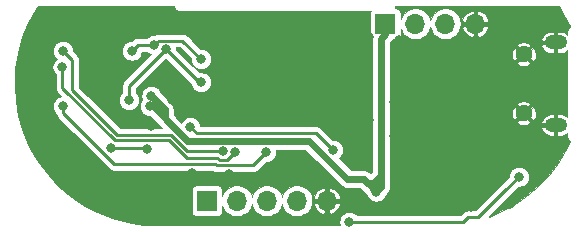
<source format=gbr>
G04 #@! TF.GenerationSoftware,KiCad,Pcbnew,(5.1.10)-1*
G04 #@! TF.CreationDate,2021-05-15T21:05:10-05:00*
G04 #@! TF.ProjectId,temp sensor,74656d70-2073-4656-9e73-6f722e6b6963,rev?*
G04 #@! TF.SameCoordinates,Original*
G04 #@! TF.FileFunction,Copper,L2,Bot*
G04 #@! TF.FilePolarity,Positive*
%FSLAX45Y45*%
G04 Gerber Fmt 4.5, Leading zero omitted, Abs format (unit mm)*
G04 Created by KiCad (PCBNEW (5.1.10)-1) date 2021-05-15 21:05:10*
%MOMM*%
%LPD*%
G01*
G04 APERTURE LIST*
G04 #@! TA.AperFunction,ComponentPad*
%ADD10R,1.700000X1.700000*%
G04 #@! TD*
G04 #@! TA.AperFunction,ComponentPad*
%ADD11O,1.700000X1.700000*%
G04 #@! TD*
G04 #@! TA.AperFunction,ComponentPad*
%ADD12C,1.450000*%
G04 #@! TD*
G04 #@! TA.AperFunction,ComponentPad*
%ADD13O,1.900000X1.200000*%
G04 #@! TD*
G04 #@! TA.AperFunction,ViaPad*
%ADD14C,0.800000*%
G04 #@! TD*
G04 #@! TA.AperFunction,Conductor*
%ADD15C,0.600000*%
G04 #@! TD*
G04 #@! TA.AperFunction,Conductor*
%ADD16C,0.250000*%
G04 #@! TD*
G04 #@! TA.AperFunction,Conductor*
%ADD17C,0.100000*%
G04 #@! TD*
G04 APERTURE END LIST*
D10*
G04 #@! TO.P,J2,1*
G04 #@! TO.N,+3V3*
X8521700Y-4572000D03*
D11*
G04 #@! TO.P,J2,2*
G04 #@! TO.N,/TDX0*
X8775700Y-4572000D03*
G04 #@! TO.P,J2,3*
G04 #@! TO.N,/RTX0*
X9029700Y-4572000D03*
G04 #@! TO.P,J2,4*
G04 #@! TO.N,GND*
X9283700Y-4572000D03*
G04 #@! TD*
D10*
G04 #@! TO.P,J3,1*
G04 #@! TO.N,/TMS*
X7010400Y-6070600D03*
D11*
G04 #@! TO.P,J3,2*
G04 #@! TO.N,/TDI*
X7264400Y-6070600D03*
G04 #@! TO.P,J3,3*
G04 #@! TO.N,/TCK*
X7518400Y-6070600D03*
G04 #@! TO.P,J3,4*
G04 #@! TO.N,/TDO*
X7772400Y-6070600D03*
G04 #@! TO.P,J3,5*
G04 #@! TO.N,GND*
X8026400Y-6070600D03*
G04 #@! TD*
D12*
G04 #@! TO.P,J4,6*
G04 #@! TO.N,GND*
X9693750Y-5330000D03*
X9693750Y-4830000D03*
D13*
X9963750Y-5430000D03*
X9963750Y-4730000D03*
G04 #@! TD*
D14*
G04 #@! TO.N,GND*
X5638800Y-4483100D03*
X6870700Y-4612100D03*
X5778500Y-5880100D03*
X6311900Y-6172200D03*
X6527800Y-6197600D03*
X6781800Y-6197600D03*
X5829300Y-4483100D03*
X9359900Y-5956300D03*
X8597900Y-5232400D03*
X8839200Y-5245100D03*
X9364344Y-5884647D03*
X6159500Y-4699000D03*
X6273800Y-4699000D03*
X6019800Y-5041900D03*
X5549900Y-5511800D03*
X6540500Y-5435600D03*
X6718300Y-5219700D03*
X7086600Y-5892800D03*
X8661400Y-6146800D03*
X9575800Y-6096000D03*
X9829800Y-5854700D03*
X8382000Y-4686300D03*
X9499600Y-4978400D03*
X9283700Y-4978400D03*
X9271000Y-5346700D03*
X9436100Y-5232400D03*
X8991600Y-5511800D03*
X8597900Y-5524500D03*
X8382000Y-5384800D03*
X6975300Y-4619800D03*
X8813800Y-4851400D03*
X8953500Y-4749800D03*
X7302500Y-4826000D03*
X7467600Y-4648200D03*
X7670800Y-4648200D03*
X7874000Y-4648200D03*
X7302500Y-5016500D03*
X7302500Y-5219700D03*
X8039100Y-5219700D03*
X8039100Y-5016500D03*
X8039100Y-4826000D03*
X8089900Y-4686300D03*
X8102600Y-5359400D03*
X7250900Y-4699800D03*
X7569200Y-5016500D03*
X7569200Y-4813300D03*
X7569200Y-5219700D03*
X7772400Y-5016500D03*
X7772400Y-4813300D03*
X7772400Y-5219700D03*
X7861300Y-5118100D03*
X7861300Y-4914900D03*
X7670800Y-4914900D03*
X7467600Y-4914900D03*
X7467600Y-5118100D03*
X7670800Y-5118100D03*
X8128000Y-4927600D03*
X8140700Y-5130800D03*
X7353300Y-4622800D03*
X7569200Y-4635500D03*
X7772400Y-4635500D03*
X7988300Y-4635500D03*
X7200900Y-5257800D03*
X6883245Y-5835345D03*
X7861300Y-5384800D03*
X8864600Y-5664200D03*
X9245600Y-6121400D03*
X7200746Y-5842603D03*
X7350800Y-5395001D03*
X6692899Y-4965701D03*
X8636000Y-4711700D03*
G04 #@! TO.N,+3V3*
X8445500Y-5994400D03*
X8445500Y-5918200D03*
X6540500Y-5181600D03*
X6527800Y-5270500D03*
G04 #@! TO.N,/io0*
X5791200Y-4800600D03*
X7148154Y-5652601D03*
G04 #@! TO.N,/io1*
X5787378Y-4937683D03*
X7247762Y-5661460D03*
G04 #@! TO.N,/Boot_Option*
X8077340Y-5638660D03*
X6870700Y-5447200D03*
G04 #@! TO.N,/EN*
X6197600Y-5626100D03*
X6502400Y-5629799D03*
G04 #@! TO.N,/SDA*
X6959600Y-4869800D03*
X6565900Y-4749800D03*
X6374934Y-4801066D03*
G04 #@! TO.N,/SCL*
X6662103Y-4786348D03*
X6349859Y-5218599D03*
X6959597Y-5067300D03*
G04 #@! TO.N,/io10*
X5790734Y-5270966D03*
X7510800Y-5659100D03*
G04 #@! TO.N,Net-(R8-Pad1)*
X9652000Y-5867401D03*
X8216900Y-6248400D03*
G04 #@! TD*
D15*
G04 #@! TO.N,+3V3*
X8405500Y-5954400D02*
X8445500Y-5994400D01*
X8483601Y-5956299D02*
X8445500Y-5994400D01*
X8369300Y-5918200D02*
X8337550Y-5886450D01*
X8445500Y-5918200D02*
X8369300Y-5918200D01*
X8337550Y-5886450D02*
X8405500Y-5954400D01*
X8445500Y-5892803D02*
X8483601Y-5854701D01*
X8445500Y-5918200D02*
X8445500Y-5892803D01*
X8483601Y-5854701D02*
X8483601Y-5956299D01*
X6653700Y-5294800D02*
X6580500Y-5221600D01*
X6653700Y-5373200D02*
X6653700Y-5294800D01*
X6580500Y-5221600D02*
X6540500Y-5181600D01*
X6653700Y-5373200D02*
X6551000Y-5270500D01*
X6551000Y-5270500D02*
X6527800Y-5270500D01*
X8483601Y-5854701D02*
X8483601Y-4698999D01*
X8521700Y-4660900D02*
X8483601Y-4698999D01*
X8521700Y-4572000D02*
X8521700Y-4660900D01*
X8197850Y-5886450D02*
X8337550Y-5886450D01*
X6843100Y-5562600D02*
X7874000Y-5562600D01*
X6653700Y-5373200D02*
X6843100Y-5562600D01*
X7874000Y-5562600D02*
X8197850Y-5886450D01*
D16*
G04 #@! TO.N,/io0*
X6844711Y-5652601D02*
X7148154Y-5652601D01*
X5872359Y-4881759D02*
X5872359Y-5135618D01*
X6249039Y-5512298D02*
X6704408Y-5512298D01*
X6704408Y-5512298D02*
X6844711Y-5652601D01*
X5791200Y-4800600D02*
X5872359Y-4881759D01*
X5872359Y-5135618D02*
X6249039Y-5512298D01*
G04 #@! TO.N,/io1*
X5787378Y-5114278D02*
X6230399Y-5557299D01*
X7100654Y-5712401D02*
X7113354Y-5725101D01*
X7113354Y-5725101D02*
X7184121Y-5725101D01*
X7184121Y-5725101D02*
X7247762Y-5661460D01*
X6840870Y-5712401D02*
X7100654Y-5712401D01*
X6230399Y-5557299D02*
X6685768Y-5557299D01*
X5787378Y-4937683D02*
X5787378Y-5114278D01*
X6685768Y-5557299D02*
X6840870Y-5712401D01*
G04 #@! TO.N,/Boot_Option*
X6922600Y-5499100D02*
X6870700Y-5447200D01*
X8077340Y-5638660D02*
X7937779Y-5499100D01*
X7937779Y-5499100D02*
X6922600Y-5499100D01*
G04 #@! TO.N,/EN*
X6197600Y-5626100D02*
X6498701Y-5626100D01*
X6498701Y-5626100D02*
X6502400Y-5629799D01*
G04 #@! TO.N,/SDA*
X6601852Y-4713848D02*
X6565900Y-4749800D01*
X6959600Y-4869800D02*
X6803648Y-4713848D01*
X6803648Y-4713848D02*
X6601852Y-4713848D01*
X6565900Y-4749800D02*
X6426200Y-4749800D01*
X6426200Y-4749800D02*
X6374934Y-4801066D01*
G04 #@! TO.N,/SCL*
X6662103Y-4786348D02*
X6349859Y-5098593D01*
X6349859Y-5098593D02*
X6349859Y-5218599D01*
X6943055Y-5067300D02*
X6959597Y-5067300D01*
X6662103Y-4786348D02*
X6943055Y-5067300D01*
G04 #@! TO.N,/io10*
X7094714Y-5770102D02*
X7399798Y-5770102D01*
X7082014Y-5757402D02*
X7094714Y-5770102D01*
X5790734Y-5327534D02*
X6220602Y-5757402D01*
X6220602Y-5757402D02*
X7082014Y-5757402D01*
X7399798Y-5770102D02*
X7510800Y-5659100D01*
X5790734Y-5270966D02*
X5790734Y-5327534D01*
G04 #@! TO.N,Net-(R8-Pad1)*
X9537701Y-5981700D02*
X9537700Y-5981700D01*
X9652000Y-5867401D02*
X9537701Y-5981700D01*
X9182100Y-6248400D02*
X8216900Y-6248400D01*
X9537700Y-5981700D02*
X9309100Y-6210300D01*
X9309100Y-6210300D02*
X9220200Y-6210300D01*
X9220200Y-6210300D02*
X9182100Y-6248400D01*
G04 #@! TD*
D17*
G04 #@! TO.N,GND*
X6734987Y-4428912D02*
X6737703Y-4437865D01*
X6739609Y-4441430D01*
X6742114Y-4446117D01*
X6748050Y-4453350D01*
X6755283Y-4459286D01*
X6763535Y-4463697D01*
X6772488Y-4466413D01*
X6781800Y-4467330D01*
X6784133Y-4467100D01*
X8396312Y-4467100D01*
X8394924Y-4469696D01*
X8392351Y-4478179D01*
X8391482Y-4487000D01*
X8391482Y-4657000D01*
X8392351Y-4665822D01*
X8394924Y-4674304D01*
X8399103Y-4682122D01*
X8404726Y-4688974D01*
X8408890Y-4692390D01*
X8408239Y-4698999D01*
X8408602Y-4702682D01*
X8408601Y-5823635D01*
X8395072Y-5837165D01*
X8394665Y-5837499D01*
X8393188Y-5836022D01*
X8390840Y-5833160D01*
X8379419Y-5823788D01*
X8366390Y-5816824D01*
X8352253Y-5812535D01*
X8341233Y-5811450D01*
X8341233Y-5811450D01*
X8337550Y-5811087D01*
X8333867Y-5811450D01*
X8228916Y-5811450D01*
X8125905Y-5708439D01*
X8131524Y-5704684D01*
X8143363Y-5692845D01*
X8152666Y-5678923D01*
X8159073Y-5663454D01*
X8162340Y-5647032D01*
X8162340Y-5630288D01*
X8159073Y-5613867D01*
X8152666Y-5598398D01*
X8143363Y-5584476D01*
X8131524Y-5572637D01*
X8117602Y-5563334D01*
X8102133Y-5556927D01*
X8085711Y-5553660D01*
X8073657Y-5553660D01*
X7980436Y-5460439D01*
X7978635Y-5458245D01*
X7969879Y-5451059D01*
X7959890Y-5445720D01*
X7949051Y-5442432D01*
X7940604Y-5441600D01*
X7940604Y-5441600D01*
X7937779Y-5441322D01*
X7934955Y-5441600D01*
X6955700Y-5441600D01*
X6955700Y-5438828D01*
X6952433Y-5422406D01*
X6946026Y-5406937D01*
X6936724Y-5393016D01*
X6924884Y-5381176D01*
X6910963Y-5371874D01*
X6895494Y-5365467D01*
X6879072Y-5362200D01*
X6862328Y-5362200D01*
X6845906Y-5365467D01*
X6830437Y-5371874D01*
X6816516Y-5381176D01*
X6804676Y-5393016D01*
X6795374Y-5406937D01*
X6794826Y-5408260D01*
X6728700Y-5342134D01*
X6728700Y-5298483D01*
X6729063Y-5294800D01*
X6728700Y-5291117D01*
X6728700Y-5291117D01*
X6727615Y-5280097D01*
X6723326Y-5265960D01*
X6716362Y-5252931D01*
X6713017Y-5248855D01*
X6709337Y-5244372D01*
X6709337Y-5244371D01*
X6706989Y-5241511D01*
X6704128Y-5239163D01*
X6630928Y-5165962D01*
X6622348Y-5157382D01*
X6622233Y-5156806D01*
X6615826Y-5141337D01*
X6606524Y-5127416D01*
X6594684Y-5115576D01*
X6580762Y-5106274D01*
X6565293Y-5099867D01*
X6548872Y-5096600D01*
X6532128Y-5096600D01*
X6515706Y-5099867D01*
X6500237Y-5106274D01*
X6486315Y-5115576D01*
X6474476Y-5127416D01*
X6465174Y-5141337D01*
X6458766Y-5156806D01*
X6455500Y-5173228D01*
X6455500Y-5189972D01*
X6458766Y-5206394D01*
X6462554Y-5215538D01*
X6461776Y-5216316D01*
X6452474Y-5230237D01*
X6446066Y-5245706D01*
X6442800Y-5262128D01*
X6442800Y-5278872D01*
X6446066Y-5295294D01*
X6452474Y-5310763D01*
X6461776Y-5324684D01*
X6473616Y-5336524D01*
X6487537Y-5345826D01*
X6503006Y-5352234D01*
X6519428Y-5355500D01*
X6529934Y-5355500D01*
X6598063Y-5423629D01*
X6600410Y-5426490D01*
X6603271Y-5428838D01*
X6603271Y-5428838D01*
X6603272Y-5428838D01*
X6629232Y-5454798D01*
X6272856Y-5454798D01*
X6028285Y-5210227D01*
X6264859Y-5210227D01*
X6264859Y-5226971D01*
X6268126Y-5243393D01*
X6274533Y-5258862D01*
X6283835Y-5272783D01*
X6295675Y-5284623D01*
X6309596Y-5293925D01*
X6325065Y-5300333D01*
X6341487Y-5303599D01*
X6358231Y-5303599D01*
X6374653Y-5300333D01*
X6390122Y-5293925D01*
X6404043Y-5284623D01*
X6415883Y-5272783D01*
X6425185Y-5258862D01*
X6431593Y-5243393D01*
X6434859Y-5226971D01*
X6434859Y-5210227D01*
X6431593Y-5193805D01*
X6425185Y-5178336D01*
X6415883Y-5164415D01*
X6407359Y-5155891D01*
X6407359Y-5122410D01*
X6658421Y-4871348D01*
X6665786Y-4871348D01*
X6875711Y-5081273D01*
X6877863Y-5092094D01*
X6884271Y-5107563D01*
X6893573Y-5121484D01*
X6905412Y-5133324D01*
X6919334Y-5142626D01*
X6934803Y-5149034D01*
X6951225Y-5152300D01*
X6967969Y-5152300D01*
X6984390Y-5149034D01*
X6999859Y-5142626D01*
X7013781Y-5133324D01*
X7025621Y-5121484D01*
X7034923Y-5107563D01*
X7041330Y-5092094D01*
X7044597Y-5075672D01*
X7044597Y-5058928D01*
X7041330Y-5042506D01*
X7034923Y-5027037D01*
X7025621Y-5013116D01*
X7013781Y-5001276D01*
X6999859Y-4991974D01*
X6984390Y-4985567D01*
X6967969Y-4982300D01*
X6951225Y-4982300D01*
X6941339Y-4984266D01*
X6747103Y-4790031D01*
X6747103Y-4777976D01*
X6745785Y-4771348D01*
X6779831Y-4771348D01*
X6874600Y-4866117D01*
X6874600Y-4878172D01*
X6877866Y-4894594D01*
X6884274Y-4910063D01*
X6893576Y-4923984D01*
X6905416Y-4935824D01*
X6919337Y-4945126D01*
X6934806Y-4951534D01*
X6951228Y-4954800D01*
X6967972Y-4954800D01*
X6984394Y-4951534D01*
X6999863Y-4945126D01*
X7013784Y-4935824D01*
X7025624Y-4923984D01*
X7034926Y-4910063D01*
X7041333Y-4894594D01*
X7044600Y-4878172D01*
X7044600Y-4861428D01*
X7041333Y-4845006D01*
X7034926Y-4829537D01*
X7025624Y-4815616D01*
X7013784Y-4803776D01*
X6999863Y-4794474D01*
X6984394Y-4788067D01*
X6967972Y-4784800D01*
X6955917Y-4784800D01*
X6846305Y-4675187D01*
X6844503Y-4672993D01*
X6835748Y-4665807D01*
X6825759Y-4660468D01*
X6814920Y-4657180D01*
X6806473Y-4656348D01*
X6806472Y-4656348D01*
X6803648Y-4656070D01*
X6800824Y-4656348D01*
X6604676Y-4656348D01*
X6601852Y-4656070D01*
X6599028Y-4656348D01*
X6599027Y-4656348D01*
X6590580Y-4657180D01*
X6579741Y-4660468D01*
X6571637Y-4664800D01*
X6557528Y-4664800D01*
X6541106Y-4668067D01*
X6525637Y-4674474D01*
X6511716Y-4683776D01*
X6503192Y-4692300D01*
X6429024Y-4692300D01*
X6426200Y-4692022D01*
X6423376Y-4692300D01*
X6423375Y-4692300D01*
X6414928Y-4693132D01*
X6404089Y-4696420D01*
X6394100Y-4701759D01*
X6385345Y-4708945D01*
X6383544Y-4711139D01*
X6378617Y-4716066D01*
X6366562Y-4716066D01*
X6350140Y-4719333D01*
X6334671Y-4725740D01*
X6320750Y-4735042D01*
X6308910Y-4746882D01*
X6299608Y-4760803D01*
X6293200Y-4776272D01*
X6289934Y-4792694D01*
X6289934Y-4809438D01*
X6293200Y-4825860D01*
X6299608Y-4841329D01*
X6308910Y-4855250D01*
X6320750Y-4867090D01*
X6334671Y-4876392D01*
X6350140Y-4882800D01*
X6366562Y-4886066D01*
X6383306Y-4886066D01*
X6399728Y-4882800D01*
X6415197Y-4876392D01*
X6429118Y-4867090D01*
X6440958Y-4855250D01*
X6450260Y-4841329D01*
X6456667Y-4825860D01*
X6459934Y-4809438D01*
X6459934Y-4807300D01*
X6503192Y-4807300D01*
X6511716Y-4815824D01*
X6525637Y-4825126D01*
X6537213Y-4829921D01*
X6311198Y-5055936D01*
X6309004Y-5057737D01*
X6304288Y-5063484D01*
X6301818Y-5066493D01*
X6298114Y-5073422D01*
X6296479Y-5076482D01*
X6293191Y-5087321D01*
X6292714Y-5092167D01*
X6292081Y-5098593D01*
X6292359Y-5101417D01*
X6292359Y-5155891D01*
X6283835Y-5164415D01*
X6274533Y-5178336D01*
X6268126Y-5193805D01*
X6264859Y-5210227D01*
X6028285Y-5210227D01*
X5929859Y-5111801D01*
X5929859Y-4884583D01*
X5930137Y-4881759D01*
X5929859Y-4878935D01*
X5929027Y-4870487D01*
X5925739Y-4859648D01*
X5923762Y-4855949D01*
X5920400Y-4849659D01*
X5915015Y-4843098D01*
X5913214Y-4840904D01*
X5911020Y-4839103D01*
X5876200Y-4804283D01*
X5876200Y-4792228D01*
X5872933Y-4775806D01*
X5866526Y-4760337D01*
X5857224Y-4746416D01*
X5845384Y-4734576D01*
X5831463Y-4725274D01*
X5815994Y-4718867D01*
X5799572Y-4715600D01*
X5782828Y-4715600D01*
X5766406Y-4718867D01*
X5750937Y-4725274D01*
X5737016Y-4734576D01*
X5725176Y-4746416D01*
X5715874Y-4760337D01*
X5709466Y-4775806D01*
X5706200Y-4792228D01*
X5706200Y-4808972D01*
X5709466Y-4825394D01*
X5715874Y-4840863D01*
X5725176Y-4854784D01*
X5737016Y-4866624D01*
X5738872Y-4867864D01*
X5733193Y-4871659D01*
X5721354Y-4883498D01*
X5712052Y-4897420D01*
X5705644Y-4912889D01*
X5702378Y-4929311D01*
X5702378Y-4946054D01*
X5705644Y-4962476D01*
X5712052Y-4977945D01*
X5721354Y-4991867D01*
X5729878Y-5000391D01*
X5729878Y-5111452D01*
X5729599Y-5114278D01*
X5730309Y-5121484D01*
X5730710Y-5125550D01*
X5731547Y-5128311D01*
X5733997Y-5136388D01*
X5739337Y-5146377D01*
X5743922Y-5151964D01*
X5746522Y-5155133D01*
X5748716Y-5156934D01*
X5778514Y-5186731D01*
X5765940Y-5189232D01*
X5750471Y-5195640D01*
X5736549Y-5204942D01*
X5724710Y-5216781D01*
X5715408Y-5230703D01*
X5709000Y-5246172D01*
X5705734Y-5262594D01*
X5705734Y-5279338D01*
X5709000Y-5295759D01*
X5715408Y-5311228D01*
X5724710Y-5325150D01*
X5733596Y-5334036D01*
X5734066Y-5338806D01*
X5737354Y-5349645D01*
X5738731Y-5352222D01*
X5742693Y-5359634D01*
X5745594Y-5363169D01*
X5749878Y-5368390D01*
X5752073Y-5370190D01*
X6177946Y-5796063D01*
X6179746Y-5798258D01*
X6183548Y-5801377D01*
X6188502Y-5805443D01*
X6196418Y-5809674D01*
X6198491Y-5810782D01*
X6209330Y-5814070D01*
X6217777Y-5814902D01*
X6217777Y-5814902D01*
X6220602Y-5815180D01*
X6223426Y-5814902D01*
X7058665Y-5814902D01*
X7062614Y-5818143D01*
X7072603Y-5823482D01*
X7083442Y-5826770D01*
X7091890Y-5827602D01*
X7091890Y-5827602D01*
X7094714Y-5827880D01*
X7097538Y-5827602D01*
X7396973Y-5827602D01*
X7399798Y-5827880D01*
X7402622Y-5827602D01*
X7402622Y-5827602D01*
X7411070Y-5826770D01*
X7421908Y-5823482D01*
X7431897Y-5818143D01*
X7440653Y-5810958D01*
X7442454Y-5808763D01*
X7507117Y-5744100D01*
X7519172Y-5744100D01*
X7535594Y-5740833D01*
X7551063Y-5734426D01*
X7564984Y-5725124D01*
X7576824Y-5713284D01*
X7586126Y-5699363D01*
X7592533Y-5683894D01*
X7595800Y-5667472D01*
X7595800Y-5650728D01*
X7593189Y-5637600D01*
X7842934Y-5637600D01*
X8142213Y-5936879D01*
X8144560Y-5939739D01*
X8147421Y-5942087D01*
X8147422Y-5942088D01*
X8152301Y-5946092D01*
X8155981Y-5949112D01*
X8169010Y-5956076D01*
X8183147Y-5960365D01*
X8194166Y-5961450D01*
X8194167Y-5961450D01*
X8197850Y-5961813D01*
X8201533Y-5961450D01*
X8306484Y-5961450D01*
X8313662Y-5968628D01*
X8316010Y-5971489D01*
X8318872Y-5973838D01*
X8355072Y-6010038D01*
X8355072Y-6010038D01*
X8363652Y-6018618D01*
X8363766Y-6019194D01*
X8370174Y-6034663D01*
X8379476Y-6048584D01*
X8391316Y-6060424D01*
X8405237Y-6069726D01*
X8420706Y-6076133D01*
X8437128Y-6079400D01*
X8453872Y-6079400D01*
X8470294Y-6076133D01*
X8485763Y-6069726D01*
X8499684Y-6060424D01*
X8511524Y-6048584D01*
X8520826Y-6034663D01*
X8527234Y-6019194D01*
X8527348Y-6018618D01*
X8534029Y-6011936D01*
X8536891Y-6009588D01*
X8546263Y-5998168D01*
X8553228Y-5985139D01*
X8556656Y-5973838D01*
X8557516Y-5971001D01*
X8557754Y-5968588D01*
X8558601Y-5959982D01*
X8558601Y-5959981D01*
X8558964Y-5956299D01*
X8558601Y-5952616D01*
X8558601Y-5858384D01*
X8558964Y-5854701D01*
X8558601Y-5851019D01*
X8558601Y-5458761D01*
X9843047Y-5458761D01*
X9845252Y-5467752D01*
X9854221Y-5483316D01*
X9866055Y-5496831D01*
X9880297Y-5507778D01*
X9896402Y-5515737D01*
X9913750Y-5520400D01*
X9948750Y-5520400D01*
X9948750Y-5445000D01*
X9847320Y-5445000D01*
X9843047Y-5458761D01*
X8558601Y-5458761D01*
X8558601Y-5407510D01*
X9637453Y-5407510D01*
X9645752Y-5421583D01*
X9664542Y-5429187D01*
X9684453Y-5432979D01*
X9704722Y-5432814D01*
X9724569Y-5428698D01*
X9741748Y-5421583D01*
X9750047Y-5407510D01*
X9743776Y-5401239D01*
X9843047Y-5401239D01*
X9847320Y-5415000D01*
X9948750Y-5415000D01*
X9948750Y-5339600D01*
X9913750Y-5339600D01*
X9896402Y-5344263D01*
X9880297Y-5352222D01*
X9866055Y-5363169D01*
X9854221Y-5376684D01*
X9845252Y-5392248D01*
X9843047Y-5401239D01*
X9743776Y-5401239D01*
X9693750Y-5351213D01*
X9637453Y-5407510D01*
X8558601Y-5407510D01*
X8558601Y-5320703D01*
X9590771Y-5320703D01*
X9590936Y-5340972D01*
X9595052Y-5360819D01*
X9602168Y-5377998D01*
X9616240Y-5386297D01*
X9672537Y-5330000D01*
X9714963Y-5330000D01*
X9771260Y-5386297D01*
X9785333Y-5377998D01*
X9792937Y-5359209D01*
X9796729Y-5339297D01*
X9796564Y-5319028D01*
X9792448Y-5299181D01*
X9785333Y-5282002D01*
X9771260Y-5273703D01*
X9714963Y-5330000D01*
X9672537Y-5330000D01*
X9616240Y-5273703D01*
X9602168Y-5282002D01*
X9594563Y-5300792D01*
X9590771Y-5320703D01*
X8558601Y-5320703D01*
X8558601Y-5252490D01*
X9637453Y-5252490D01*
X9693750Y-5308787D01*
X9750047Y-5252490D01*
X9741748Y-5238418D01*
X9722959Y-5230813D01*
X9703047Y-5227021D01*
X9682778Y-5227186D01*
X9662931Y-5231302D01*
X9645752Y-5238418D01*
X9637453Y-5252490D01*
X8558601Y-5252490D01*
X8558601Y-4907510D01*
X9637453Y-4907510D01*
X9645752Y-4921583D01*
X9664542Y-4929187D01*
X9684453Y-4932979D01*
X9704722Y-4932814D01*
X9724569Y-4928698D01*
X9741748Y-4921583D01*
X9750047Y-4907510D01*
X9693750Y-4851213D01*
X9637453Y-4907510D01*
X8558601Y-4907510D01*
X8558601Y-4820703D01*
X9590771Y-4820703D01*
X9590936Y-4840972D01*
X9595052Y-4860819D01*
X9602168Y-4877998D01*
X9616240Y-4886297D01*
X9672537Y-4830000D01*
X9714963Y-4830000D01*
X9771260Y-4886297D01*
X9785333Y-4877998D01*
X9792937Y-4859209D01*
X9796729Y-4839297D01*
X9796564Y-4819028D01*
X9792448Y-4799181D01*
X9785333Y-4782002D01*
X9771260Y-4773703D01*
X9714963Y-4830000D01*
X9672537Y-4830000D01*
X9616240Y-4773703D01*
X9602168Y-4782002D01*
X9594563Y-4800792D01*
X9590771Y-4820703D01*
X8558601Y-4820703D01*
X8558601Y-4752490D01*
X9637453Y-4752490D01*
X9693750Y-4808787D01*
X9743776Y-4758761D01*
X9843047Y-4758761D01*
X9845252Y-4767752D01*
X9854221Y-4783316D01*
X9866055Y-4796831D01*
X9880297Y-4807778D01*
X9896402Y-4815737D01*
X9913750Y-4820400D01*
X9948750Y-4820400D01*
X9948750Y-4745000D01*
X9847320Y-4745000D01*
X9843047Y-4758761D01*
X9743776Y-4758761D01*
X9750047Y-4752490D01*
X9741748Y-4738418D01*
X9722959Y-4730813D01*
X9703047Y-4727021D01*
X9682778Y-4727186D01*
X9662931Y-4731302D01*
X9645752Y-4738418D01*
X9637453Y-4752490D01*
X8558601Y-4752490D01*
X8558601Y-4730065D01*
X8572128Y-4716538D01*
X8574990Y-4714190D01*
X8584362Y-4702769D01*
X8584657Y-4702218D01*
X8606700Y-4702218D01*
X8615522Y-4701349D01*
X8624004Y-4698776D01*
X8631822Y-4694597D01*
X8638674Y-4688974D01*
X8644297Y-4682122D01*
X8648476Y-4674304D01*
X8651049Y-4665822D01*
X8651918Y-4657000D01*
X8651918Y-4612870D01*
X8660496Y-4633578D01*
X8674722Y-4654870D01*
X8692830Y-4672978D01*
X8714122Y-4687205D01*
X8737780Y-4697004D01*
X8762896Y-4702000D01*
X8788504Y-4702000D01*
X8813620Y-4697004D01*
X8837278Y-4687205D01*
X8858570Y-4672978D01*
X8876678Y-4654870D01*
X8890905Y-4633578D01*
X8900704Y-4609920D01*
X8902700Y-4599886D01*
X8904696Y-4609920D01*
X8914496Y-4633578D01*
X8928722Y-4654870D01*
X8946830Y-4672978D01*
X8968122Y-4687205D01*
X8991780Y-4697004D01*
X9016896Y-4702000D01*
X9042504Y-4702000D01*
X9046330Y-4701239D01*
X9843047Y-4701239D01*
X9847320Y-4715000D01*
X9948750Y-4715000D01*
X9948750Y-4639600D01*
X9913750Y-4639600D01*
X9896402Y-4644263D01*
X9880297Y-4652222D01*
X9866055Y-4663169D01*
X9854221Y-4676684D01*
X9845252Y-4692248D01*
X9843047Y-4701239D01*
X9046330Y-4701239D01*
X9067620Y-4697004D01*
X9091278Y-4687205D01*
X9112570Y-4672978D01*
X9130678Y-4654870D01*
X9144905Y-4633578D01*
X9154704Y-4609920D01*
X9155739Y-4604715D01*
X9173034Y-4604715D01*
X9181542Y-4625676D01*
X9193977Y-4644575D01*
X9209860Y-4660684D01*
X9228580Y-4673386D01*
X9249418Y-4682191D01*
X9250985Y-4682666D01*
X9268700Y-4678751D01*
X9268700Y-4587000D01*
X9298700Y-4587000D01*
X9298700Y-4678751D01*
X9316415Y-4682666D01*
X9317982Y-4682191D01*
X9338820Y-4673386D01*
X9357541Y-4660684D01*
X9373423Y-4644575D01*
X9385858Y-4625676D01*
X9394367Y-4604715D01*
X9390522Y-4587000D01*
X9298700Y-4587000D01*
X9268700Y-4587000D01*
X9176878Y-4587000D01*
X9173034Y-4604715D01*
X9155739Y-4604715D01*
X9159700Y-4584804D01*
X9159700Y-4559196D01*
X9155740Y-4539285D01*
X9173034Y-4539285D01*
X9176878Y-4557000D01*
X9268700Y-4557000D01*
X9268700Y-4465249D01*
X9298700Y-4465249D01*
X9298700Y-4557000D01*
X9390522Y-4557000D01*
X9394367Y-4539285D01*
X9385858Y-4518324D01*
X9373423Y-4499425D01*
X9357541Y-4483316D01*
X9338820Y-4470614D01*
X9317982Y-4461809D01*
X9316415Y-4461334D01*
X9298700Y-4465249D01*
X9268700Y-4465249D01*
X9250985Y-4461334D01*
X9249418Y-4461809D01*
X9228580Y-4470614D01*
X9209860Y-4483316D01*
X9193977Y-4499425D01*
X9181542Y-4518324D01*
X9173034Y-4539285D01*
X9155740Y-4539285D01*
X9154704Y-4534080D01*
X9144905Y-4510422D01*
X9130678Y-4489130D01*
X9112570Y-4471022D01*
X9091278Y-4456796D01*
X9067620Y-4446996D01*
X9042504Y-4442000D01*
X9016896Y-4442000D01*
X8991780Y-4446996D01*
X8968122Y-4456796D01*
X8946830Y-4471022D01*
X8928722Y-4489130D01*
X8914496Y-4510422D01*
X8904696Y-4534080D01*
X8902700Y-4544114D01*
X8900704Y-4534080D01*
X8890905Y-4510422D01*
X8876678Y-4489130D01*
X8858570Y-4471022D01*
X8837278Y-4456796D01*
X8813620Y-4446996D01*
X8788504Y-4442000D01*
X8762896Y-4442000D01*
X8737780Y-4446996D01*
X8714122Y-4456796D01*
X8692830Y-4471022D01*
X8674722Y-4489130D01*
X8660496Y-4510422D01*
X8651918Y-4531131D01*
X8651918Y-4487000D01*
X8651049Y-4478179D01*
X8648476Y-4469696D01*
X8644297Y-4461878D01*
X8638674Y-4455026D01*
X8631822Y-4449403D01*
X8624004Y-4445224D01*
X8615522Y-4442651D01*
X8606700Y-4441782D01*
X8601803Y-4441782D01*
X8603897Y-4437865D01*
X8606613Y-4428912D01*
X8607037Y-4424600D01*
X9991449Y-4424600D01*
X10012230Y-4454557D01*
X10076710Y-4574559D01*
X10085154Y-4594490D01*
X10082740Y-4595776D01*
X10082713Y-4595798D01*
X10082683Y-4595814D01*
X10079079Y-4598772D01*
X10075498Y-4601702D01*
X10075477Y-4601728D01*
X10075450Y-4601750D01*
X10072495Y-4605351D01*
X10069552Y-4608926D01*
X10069536Y-4608956D01*
X10069514Y-4608983D01*
X10067322Y-4613083D01*
X10065130Y-4617172D01*
X10065120Y-4617205D01*
X10065104Y-4617235D01*
X10063760Y-4621665D01*
X10062401Y-4626122D01*
X10062397Y-4626156D01*
X10062387Y-4626188D01*
X10061935Y-4630780D01*
X10061470Y-4635432D01*
X10061700Y-4637800D01*
X10061700Y-4663460D01*
X10061446Y-4663169D01*
X10047203Y-4652222D01*
X10031098Y-4644263D01*
X10013750Y-4639600D01*
X9978750Y-4639600D01*
X9978750Y-4715000D01*
X9980750Y-4715000D01*
X9980750Y-4745000D01*
X9978750Y-4745000D01*
X9978750Y-4820400D01*
X10013750Y-4820400D01*
X10031098Y-4815737D01*
X10047203Y-4807778D01*
X10061446Y-4796831D01*
X10061700Y-4796541D01*
X10061700Y-5363459D01*
X10061446Y-5363169D01*
X10047203Y-5352222D01*
X10031098Y-5344263D01*
X10013750Y-5339600D01*
X9978750Y-5339600D01*
X9978750Y-5415000D01*
X9980750Y-5415000D01*
X9980750Y-5445000D01*
X9978750Y-5445000D01*
X9978750Y-5520400D01*
X10013750Y-5520400D01*
X10031098Y-5515737D01*
X10047203Y-5507778D01*
X10061446Y-5496831D01*
X10061700Y-5496541D01*
X10061700Y-5522084D01*
X10061471Y-5524334D01*
X10061700Y-5526750D01*
X10061700Y-5526833D01*
X10061921Y-5529081D01*
X10062355Y-5533648D01*
X10062379Y-5533728D01*
X10062387Y-5533812D01*
X10063725Y-5538222D01*
X10065040Y-5542612D01*
X10065079Y-5542685D01*
X10065103Y-5542765D01*
X10067277Y-5546833D01*
X10069422Y-5550879D01*
X10069475Y-5550943D01*
X10069514Y-5551017D01*
X10072443Y-5554586D01*
X10075333Y-5558132D01*
X10075397Y-5558185D01*
X10075450Y-5558250D01*
X10079016Y-5561176D01*
X10082545Y-5564093D01*
X10082618Y-5564133D01*
X10082683Y-5564186D01*
X10083937Y-5564857D01*
X10054023Y-5631473D01*
X9984765Y-5748198D01*
X9902739Y-5856332D01*
X9808999Y-5954485D01*
X9704749Y-6041397D01*
X9591332Y-6115947D01*
X9470204Y-6177180D01*
X9396100Y-6204617D01*
X9576357Y-6024361D01*
X9578556Y-6022555D01*
X9580358Y-6020361D01*
X9648317Y-5952401D01*
X9660372Y-5952401D01*
X9676794Y-5949134D01*
X9692263Y-5942727D01*
X9706184Y-5933425D01*
X9718024Y-5921585D01*
X9727326Y-5907664D01*
X9733734Y-5892195D01*
X9737000Y-5875773D01*
X9737000Y-5859029D01*
X9733734Y-5842607D01*
X9727326Y-5827138D01*
X9718024Y-5813217D01*
X9706184Y-5801377D01*
X9692263Y-5792075D01*
X9676794Y-5785667D01*
X9660372Y-5782401D01*
X9643628Y-5782401D01*
X9627206Y-5785667D01*
X9611737Y-5792075D01*
X9597816Y-5801377D01*
X9585976Y-5813217D01*
X9576674Y-5827138D01*
X9570267Y-5842607D01*
X9567000Y-5859029D01*
X9567000Y-5871084D01*
X9499045Y-5939039D01*
X9496845Y-5940845D01*
X9495044Y-5943039D01*
X9285283Y-6152800D01*
X9223024Y-6152800D01*
X9220200Y-6152522D01*
X9217376Y-6152800D01*
X9217375Y-6152800D01*
X9208928Y-6153632D01*
X9198799Y-6156705D01*
X9198089Y-6156920D01*
X9188100Y-6162259D01*
X9186710Y-6163400D01*
X9179345Y-6169445D01*
X9177543Y-6171639D01*
X9158283Y-6190900D01*
X8279608Y-6190900D01*
X8271084Y-6182376D01*
X8257163Y-6173074D01*
X8241694Y-6166666D01*
X8225272Y-6163400D01*
X8208528Y-6163400D01*
X8192106Y-6166666D01*
X8176637Y-6173074D01*
X8162716Y-6182376D01*
X8150876Y-6194216D01*
X8141574Y-6208137D01*
X8135166Y-6223606D01*
X8131900Y-6240028D01*
X8131900Y-6256772D01*
X8135166Y-6273194D01*
X8136732Y-6276974D01*
X6609013Y-6276748D01*
X6471440Y-6272217D01*
X6337167Y-6252423D01*
X6205997Y-6217555D01*
X6079617Y-6168063D01*
X5959652Y-6104582D01*
X5847645Y-6027929D01*
X5798755Y-5985600D01*
X6880182Y-5985600D01*
X6880182Y-6155600D01*
X6881051Y-6164421D01*
X6883624Y-6172904D01*
X6887803Y-6180722D01*
X6893426Y-6187574D01*
X6900278Y-6193197D01*
X6908096Y-6197376D01*
X6916578Y-6199949D01*
X6925400Y-6200818D01*
X7095400Y-6200818D01*
X7104221Y-6199949D01*
X7112704Y-6197376D01*
X7120522Y-6193197D01*
X7127374Y-6187574D01*
X7132997Y-6180722D01*
X7137176Y-6172904D01*
X7139749Y-6164421D01*
X7140618Y-6155600D01*
X7140618Y-6111469D01*
X7149195Y-6132178D01*
X7163422Y-6153470D01*
X7181530Y-6171578D01*
X7202822Y-6185804D01*
X7226480Y-6195604D01*
X7251596Y-6200600D01*
X7277204Y-6200600D01*
X7302320Y-6195604D01*
X7325978Y-6185804D01*
X7347270Y-6171578D01*
X7365378Y-6153470D01*
X7379604Y-6132178D01*
X7389404Y-6108520D01*
X7391400Y-6098486D01*
X7393396Y-6108520D01*
X7403195Y-6132178D01*
X7417422Y-6153470D01*
X7435530Y-6171578D01*
X7456822Y-6185804D01*
X7480480Y-6195604D01*
X7505596Y-6200600D01*
X7531204Y-6200600D01*
X7556320Y-6195604D01*
X7579978Y-6185804D01*
X7601270Y-6171578D01*
X7619378Y-6153470D01*
X7633604Y-6132178D01*
X7643404Y-6108520D01*
X7645400Y-6098486D01*
X7647396Y-6108520D01*
X7657195Y-6132178D01*
X7671422Y-6153470D01*
X7689530Y-6171578D01*
X7710822Y-6185804D01*
X7734480Y-6195604D01*
X7759596Y-6200600D01*
X7785204Y-6200600D01*
X7810320Y-6195604D01*
X7833978Y-6185804D01*
X7855270Y-6171578D01*
X7873378Y-6153470D01*
X7887604Y-6132178D01*
X7897404Y-6108520D01*
X7898439Y-6103315D01*
X7915733Y-6103315D01*
X7924242Y-6124276D01*
X7936677Y-6143175D01*
X7952559Y-6159284D01*
X7971280Y-6171986D01*
X7992118Y-6180791D01*
X7993685Y-6181266D01*
X8011400Y-6177351D01*
X8011400Y-6085600D01*
X8041400Y-6085600D01*
X8041400Y-6177351D01*
X8059115Y-6181266D01*
X8060682Y-6180791D01*
X8081520Y-6171986D01*
X8100240Y-6159284D01*
X8116123Y-6143175D01*
X8128558Y-6124276D01*
X8137066Y-6103315D01*
X8133222Y-6085600D01*
X8041400Y-6085600D01*
X8011400Y-6085600D01*
X7919578Y-6085600D01*
X7915733Y-6103315D01*
X7898439Y-6103315D01*
X7902400Y-6083404D01*
X7902400Y-6057796D01*
X7898439Y-6037885D01*
X7915733Y-6037885D01*
X7919578Y-6055600D01*
X8011400Y-6055600D01*
X8011400Y-5963849D01*
X8041400Y-5963849D01*
X8041400Y-6055600D01*
X8133222Y-6055600D01*
X8137066Y-6037885D01*
X8128558Y-6016924D01*
X8116123Y-5998025D01*
X8100240Y-5981916D01*
X8081520Y-5969214D01*
X8060682Y-5960409D01*
X8059115Y-5959934D01*
X8041400Y-5963849D01*
X8011400Y-5963849D01*
X7993685Y-5959934D01*
X7992118Y-5960409D01*
X7971280Y-5969214D01*
X7952559Y-5981916D01*
X7936677Y-5998025D01*
X7924242Y-6016924D01*
X7915733Y-6037885D01*
X7898439Y-6037885D01*
X7897404Y-6032680D01*
X7887604Y-6009022D01*
X7873378Y-5987730D01*
X7855270Y-5969622D01*
X7833978Y-5955395D01*
X7810320Y-5945596D01*
X7785204Y-5940600D01*
X7759596Y-5940600D01*
X7734480Y-5945596D01*
X7710822Y-5955395D01*
X7689530Y-5969622D01*
X7671422Y-5987730D01*
X7657195Y-6009022D01*
X7647396Y-6032680D01*
X7645400Y-6042714D01*
X7643404Y-6032680D01*
X7633604Y-6009022D01*
X7619378Y-5987730D01*
X7601270Y-5969622D01*
X7579978Y-5955395D01*
X7556320Y-5945596D01*
X7531204Y-5940600D01*
X7505596Y-5940600D01*
X7480480Y-5945596D01*
X7456822Y-5955395D01*
X7435530Y-5969622D01*
X7417422Y-5987730D01*
X7403195Y-6009022D01*
X7393396Y-6032680D01*
X7391400Y-6042714D01*
X7389404Y-6032680D01*
X7379604Y-6009022D01*
X7365378Y-5987730D01*
X7347270Y-5969622D01*
X7325978Y-5955395D01*
X7302320Y-5945596D01*
X7277204Y-5940600D01*
X7251596Y-5940600D01*
X7226480Y-5945596D01*
X7202822Y-5955395D01*
X7181530Y-5969622D01*
X7163422Y-5987730D01*
X7149195Y-6009022D01*
X7140618Y-6029730D01*
X7140618Y-5985600D01*
X7139749Y-5976778D01*
X7137176Y-5968296D01*
X7132997Y-5960478D01*
X7127374Y-5953626D01*
X7120522Y-5948003D01*
X7112704Y-5943824D01*
X7104221Y-5941251D01*
X7095400Y-5940382D01*
X6925400Y-5940382D01*
X6916578Y-5941251D01*
X6908096Y-5943824D01*
X6900278Y-5948003D01*
X6893426Y-5953626D01*
X6887803Y-5960478D01*
X6883624Y-5968296D01*
X6881051Y-5976778D01*
X6880182Y-5985600D01*
X5798755Y-5985600D01*
X5745035Y-5939089D01*
X5653142Y-5839205D01*
X5573146Y-5729560D01*
X5506077Y-5611564D01*
X5452797Y-5486734D01*
X5413990Y-5356675D01*
X5390156Y-5223058D01*
X5381601Y-5087604D01*
X5388435Y-4952050D01*
X5410570Y-4818142D01*
X5447721Y-4687600D01*
X5499411Y-4562104D01*
X5564976Y-4443265D01*
X5578234Y-4424600D01*
X6734563Y-4424600D01*
X6734987Y-4428912D01*
G04 #@! TA.AperFunction,Conductor*
G36*
X6734987Y-4428912D02*
G01*
X6737703Y-4437865D01*
X6739609Y-4441430D01*
X6742114Y-4446117D01*
X6748050Y-4453350D01*
X6755283Y-4459286D01*
X6763535Y-4463697D01*
X6772488Y-4466413D01*
X6781800Y-4467330D01*
X6784133Y-4467100D01*
X8396312Y-4467100D01*
X8394924Y-4469696D01*
X8392351Y-4478179D01*
X8391482Y-4487000D01*
X8391482Y-4657000D01*
X8392351Y-4665822D01*
X8394924Y-4674304D01*
X8399103Y-4682122D01*
X8404726Y-4688974D01*
X8408890Y-4692390D01*
X8408239Y-4698999D01*
X8408602Y-4702682D01*
X8408601Y-5823635D01*
X8395072Y-5837165D01*
X8394665Y-5837499D01*
X8393188Y-5836022D01*
X8390840Y-5833160D01*
X8379419Y-5823788D01*
X8366390Y-5816824D01*
X8352253Y-5812535D01*
X8341233Y-5811450D01*
X8341233Y-5811450D01*
X8337550Y-5811087D01*
X8333867Y-5811450D01*
X8228916Y-5811450D01*
X8125905Y-5708439D01*
X8131524Y-5704684D01*
X8143363Y-5692845D01*
X8152666Y-5678923D01*
X8159073Y-5663454D01*
X8162340Y-5647032D01*
X8162340Y-5630288D01*
X8159073Y-5613867D01*
X8152666Y-5598398D01*
X8143363Y-5584476D01*
X8131524Y-5572637D01*
X8117602Y-5563334D01*
X8102133Y-5556927D01*
X8085711Y-5553660D01*
X8073657Y-5553660D01*
X7980436Y-5460439D01*
X7978635Y-5458245D01*
X7969879Y-5451059D01*
X7959890Y-5445720D01*
X7949051Y-5442432D01*
X7940604Y-5441600D01*
X7940604Y-5441600D01*
X7937779Y-5441322D01*
X7934955Y-5441600D01*
X6955700Y-5441600D01*
X6955700Y-5438828D01*
X6952433Y-5422406D01*
X6946026Y-5406937D01*
X6936724Y-5393016D01*
X6924884Y-5381176D01*
X6910963Y-5371874D01*
X6895494Y-5365467D01*
X6879072Y-5362200D01*
X6862328Y-5362200D01*
X6845906Y-5365467D01*
X6830437Y-5371874D01*
X6816516Y-5381176D01*
X6804676Y-5393016D01*
X6795374Y-5406937D01*
X6794826Y-5408260D01*
X6728700Y-5342134D01*
X6728700Y-5298483D01*
X6729063Y-5294800D01*
X6728700Y-5291117D01*
X6728700Y-5291117D01*
X6727615Y-5280097D01*
X6723326Y-5265960D01*
X6716362Y-5252931D01*
X6713017Y-5248855D01*
X6709337Y-5244372D01*
X6709337Y-5244371D01*
X6706989Y-5241511D01*
X6704128Y-5239163D01*
X6630928Y-5165962D01*
X6622348Y-5157382D01*
X6622233Y-5156806D01*
X6615826Y-5141337D01*
X6606524Y-5127416D01*
X6594684Y-5115576D01*
X6580762Y-5106274D01*
X6565293Y-5099867D01*
X6548872Y-5096600D01*
X6532128Y-5096600D01*
X6515706Y-5099867D01*
X6500237Y-5106274D01*
X6486315Y-5115576D01*
X6474476Y-5127416D01*
X6465174Y-5141337D01*
X6458766Y-5156806D01*
X6455500Y-5173228D01*
X6455500Y-5189972D01*
X6458766Y-5206394D01*
X6462554Y-5215538D01*
X6461776Y-5216316D01*
X6452474Y-5230237D01*
X6446066Y-5245706D01*
X6442800Y-5262128D01*
X6442800Y-5278872D01*
X6446066Y-5295294D01*
X6452474Y-5310763D01*
X6461776Y-5324684D01*
X6473616Y-5336524D01*
X6487537Y-5345826D01*
X6503006Y-5352234D01*
X6519428Y-5355500D01*
X6529934Y-5355500D01*
X6598063Y-5423629D01*
X6600410Y-5426490D01*
X6603271Y-5428838D01*
X6603271Y-5428838D01*
X6603272Y-5428838D01*
X6629232Y-5454798D01*
X6272856Y-5454798D01*
X6028285Y-5210227D01*
X6264859Y-5210227D01*
X6264859Y-5226971D01*
X6268126Y-5243393D01*
X6274533Y-5258862D01*
X6283835Y-5272783D01*
X6295675Y-5284623D01*
X6309596Y-5293925D01*
X6325065Y-5300333D01*
X6341487Y-5303599D01*
X6358231Y-5303599D01*
X6374653Y-5300333D01*
X6390122Y-5293925D01*
X6404043Y-5284623D01*
X6415883Y-5272783D01*
X6425185Y-5258862D01*
X6431593Y-5243393D01*
X6434859Y-5226971D01*
X6434859Y-5210227D01*
X6431593Y-5193805D01*
X6425185Y-5178336D01*
X6415883Y-5164415D01*
X6407359Y-5155891D01*
X6407359Y-5122410D01*
X6658421Y-4871348D01*
X6665786Y-4871348D01*
X6875711Y-5081273D01*
X6877863Y-5092094D01*
X6884271Y-5107563D01*
X6893573Y-5121484D01*
X6905412Y-5133324D01*
X6919334Y-5142626D01*
X6934803Y-5149034D01*
X6951225Y-5152300D01*
X6967969Y-5152300D01*
X6984390Y-5149034D01*
X6999859Y-5142626D01*
X7013781Y-5133324D01*
X7025621Y-5121484D01*
X7034923Y-5107563D01*
X7041330Y-5092094D01*
X7044597Y-5075672D01*
X7044597Y-5058928D01*
X7041330Y-5042506D01*
X7034923Y-5027037D01*
X7025621Y-5013116D01*
X7013781Y-5001276D01*
X6999859Y-4991974D01*
X6984390Y-4985567D01*
X6967969Y-4982300D01*
X6951225Y-4982300D01*
X6941339Y-4984266D01*
X6747103Y-4790031D01*
X6747103Y-4777976D01*
X6745785Y-4771348D01*
X6779831Y-4771348D01*
X6874600Y-4866117D01*
X6874600Y-4878172D01*
X6877866Y-4894594D01*
X6884274Y-4910063D01*
X6893576Y-4923984D01*
X6905416Y-4935824D01*
X6919337Y-4945126D01*
X6934806Y-4951534D01*
X6951228Y-4954800D01*
X6967972Y-4954800D01*
X6984394Y-4951534D01*
X6999863Y-4945126D01*
X7013784Y-4935824D01*
X7025624Y-4923984D01*
X7034926Y-4910063D01*
X7041333Y-4894594D01*
X7044600Y-4878172D01*
X7044600Y-4861428D01*
X7041333Y-4845006D01*
X7034926Y-4829537D01*
X7025624Y-4815616D01*
X7013784Y-4803776D01*
X6999863Y-4794474D01*
X6984394Y-4788067D01*
X6967972Y-4784800D01*
X6955917Y-4784800D01*
X6846305Y-4675187D01*
X6844503Y-4672993D01*
X6835748Y-4665807D01*
X6825759Y-4660468D01*
X6814920Y-4657180D01*
X6806473Y-4656348D01*
X6806472Y-4656348D01*
X6803648Y-4656070D01*
X6800824Y-4656348D01*
X6604676Y-4656348D01*
X6601852Y-4656070D01*
X6599028Y-4656348D01*
X6599027Y-4656348D01*
X6590580Y-4657180D01*
X6579741Y-4660468D01*
X6571637Y-4664800D01*
X6557528Y-4664800D01*
X6541106Y-4668067D01*
X6525637Y-4674474D01*
X6511716Y-4683776D01*
X6503192Y-4692300D01*
X6429024Y-4692300D01*
X6426200Y-4692022D01*
X6423376Y-4692300D01*
X6423375Y-4692300D01*
X6414928Y-4693132D01*
X6404089Y-4696420D01*
X6394100Y-4701759D01*
X6385345Y-4708945D01*
X6383544Y-4711139D01*
X6378617Y-4716066D01*
X6366562Y-4716066D01*
X6350140Y-4719333D01*
X6334671Y-4725740D01*
X6320750Y-4735042D01*
X6308910Y-4746882D01*
X6299608Y-4760803D01*
X6293200Y-4776272D01*
X6289934Y-4792694D01*
X6289934Y-4809438D01*
X6293200Y-4825860D01*
X6299608Y-4841329D01*
X6308910Y-4855250D01*
X6320750Y-4867090D01*
X6334671Y-4876392D01*
X6350140Y-4882800D01*
X6366562Y-4886066D01*
X6383306Y-4886066D01*
X6399728Y-4882800D01*
X6415197Y-4876392D01*
X6429118Y-4867090D01*
X6440958Y-4855250D01*
X6450260Y-4841329D01*
X6456667Y-4825860D01*
X6459934Y-4809438D01*
X6459934Y-4807300D01*
X6503192Y-4807300D01*
X6511716Y-4815824D01*
X6525637Y-4825126D01*
X6537213Y-4829921D01*
X6311198Y-5055936D01*
X6309004Y-5057737D01*
X6304288Y-5063484D01*
X6301818Y-5066493D01*
X6298114Y-5073422D01*
X6296479Y-5076482D01*
X6293191Y-5087321D01*
X6292714Y-5092167D01*
X6292081Y-5098593D01*
X6292359Y-5101417D01*
X6292359Y-5155891D01*
X6283835Y-5164415D01*
X6274533Y-5178336D01*
X6268126Y-5193805D01*
X6264859Y-5210227D01*
X6028285Y-5210227D01*
X5929859Y-5111801D01*
X5929859Y-4884583D01*
X5930137Y-4881759D01*
X5929859Y-4878935D01*
X5929027Y-4870487D01*
X5925739Y-4859648D01*
X5923762Y-4855949D01*
X5920400Y-4849659D01*
X5915015Y-4843098D01*
X5913214Y-4840904D01*
X5911020Y-4839103D01*
X5876200Y-4804283D01*
X5876200Y-4792228D01*
X5872933Y-4775806D01*
X5866526Y-4760337D01*
X5857224Y-4746416D01*
X5845384Y-4734576D01*
X5831463Y-4725274D01*
X5815994Y-4718867D01*
X5799572Y-4715600D01*
X5782828Y-4715600D01*
X5766406Y-4718867D01*
X5750937Y-4725274D01*
X5737016Y-4734576D01*
X5725176Y-4746416D01*
X5715874Y-4760337D01*
X5709466Y-4775806D01*
X5706200Y-4792228D01*
X5706200Y-4808972D01*
X5709466Y-4825394D01*
X5715874Y-4840863D01*
X5725176Y-4854784D01*
X5737016Y-4866624D01*
X5738872Y-4867864D01*
X5733193Y-4871659D01*
X5721354Y-4883498D01*
X5712052Y-4897420D01*
X5705644Y-4912889D01*
X5702378Y-4929311D01*
X5702378Y-4946054D01*
X5705644Y-4962476D01*
X5712052Y-4977945D01*
X5721354Y-4991867D01*
X5729878Y-5000391D01*
X5729878Y-5111452D01*
X5729599Y-5114278D01*
X5730309Y-5121484D01*
X5730710Y-5125550D01*
X5731547Y-5128311D01*
X5733997Y-5136388D01*
X5739337Y-5146377D01*
X5743922Y-5151964D01*
X5746522Y-5155133D01*
X5748716Y-5156934D01*
X5778514Y-5186731D01*
X5765940Y-5189232D01*
X5750471Y-5195640D01*
X5736549Y-5204942D01*
X5724710Y-5216781D01*
X5715408Y-5230703D01*
X5709000Y-5246172D01*
X5705734Y-5262594D01*
X5705734Y-5279338D01*
X5709000Y-5295759D01*
X5715408Y-5311228D01*
X5724710Y-5325150D01*
X5733596Y-5334036D01*
X5734066Y-5338806D01*
X5737354Y-5349645D01*
X5738731Y-5352222D01*
X5742693Y-5359634D01*
X5745594Y-5363169D01*
X5749878Y-5368390D01*
X5752073Y-5370190D01*
X6177946Y-5796063D01*
X6179746Y-5798258D01*
X6183548Y-5801377D01*
X6188502Y-5805443D01*
X6196418Y-5809674D01*
X6198491Y-5810782D01*
X6209330Y-5814070D01*
X6217777Y-5814902D01*
X6217777Y-5814902D01*
X6220602Y-5815180D01*
X6223426Y-5814902D01*
X7058665Y-5814902D01*
X7062614Y-5818143D01*
X7072603Y-5823482D01*
X7083442Y-5826770D01*
X7091890Y-5827602D01*
X7091890Y-5827602D01*
X7094714Y-5827880D01*
X7097538Y-5827602D01*
X7396973Y-5827602D01*
X7399798Y-5827880D01*
X7402622Y-5827602D01*
X7402622Y-5827602D01*
X7411070Y-5826770D01*
X7421908Y-5823482D01*
X7431897Y-5818143D01*
X7440653Y-5810958D01*
X7442454Y-5808763D01*
X7507117Y-5744100D01*
X7519172Y-5744100D01*
X7535594Y-5740833D01*
X7551063Y-5734426D01*
X7564984Y-5725124D01*
X7576824Y-5713284D01*
X7586126Y-5699363D01*
X7592533Y-5683894D01*
X7595800Y-5667472D01*
X7595800Y-5650728D01*
X7593189Y-5637600D01*
X7842934Y-5637600D01*
X8142213Y-5936879D01*
X8144560Y-5939739D01*
X8147421Y-5942087D01*
X8147422Y-5942088D01*
X8152301Y-5946092D01*
X8155981Y-5949112D01*
X8169010Y-5956076D01*
X8183147Y-5960365D01*
X8194166Y-5961450D01*
X8194167Y-5961450D01*
X8197850Y-5961813D01*
X8201533Y-5961450D01*
X8306484Y-5961450D01*
X8313662Y-5968628D01*
X8316010Y-5971489D01*
X8318872Y-5973838D01*
X8355072Y-6010038D01*
X8355072Y-6010038D01*
X8363652Y-6018618D01*
X8363766Y-6019194D01*
X8370174Y-6034663D01*
X8379476Y-6048584D01*
X8391316Y-6060424D01*
X8405237Y-6069726D01*
X8420706Y-6076133D01*
X8437128Y-6079400D01*
X8453872Y-6079400D01*
X8470294Y-6076133D01*
X8485763Y-6069726D01*
X8499684Y-6060424D01*
X8511524Y-6048584D01*
X8520826Y-6034663D01*
X8527234Y-6019194D01*
X8527348Y-6018618D01*
X8534029Y-6011936D01*
X8536891Y-6009588D01*
X8546263Y-5998168D01*
X8553228Y-5985139D01*
X8556656Y-5973838D01*
X8557516Y-5971001D01*
X8557754Y-5968588D01*
X8558601Y-5959982D01*
X8558601Y-5959981D01*
X8558964Y-5956299D01*
X8558601Y-5952616D01*
X8558601Y-5858384D01*
X8558964Y-5854701D01*
X8558601Y-5851019D01*
X8558601Y-5458761D01*
X9843047Y-5458761D01*
X9845252Y-5467752D01*
X9854221Y-5483316D01*
X9866055Y-5496831D01*
X9880297Y-5507778D01*
X9896402Y-5515737D01*
X9913750Y-5520400D01*
X9948750Y-5520400D01*
X9948750Y-5445000D01*
X9847320Y-5445000D01*
X9843047Y-5458761D01*
X8558601Y-5458761D01*
X8558601Y-5407510D01*
X9637453Y-5407510D01*
X9645752Y-5421583D01*
X9664542Y-5429187D01*
X9684453Y-5432979D01*
X9704722Y-5432814D01*
X9724569Y-5428698D01*
X9741748Y-5421583D01*
X9750047Y-5407510D01*
X9743776Y-5401239D01*
X9843047Y-5401239D01*
X9847320Y-5415000D01*
X9948750Y-5415000D01*
X9948750Y-5339600D01*
X9913750Y-5339600D01*
X9896402Y-5344263D01*
X9880297Y-5352222D01*
X9866055Y-5363169D01*
X9854221Y-5376684D01*
X9845252Y-5392248D01*
X9843047Y-5401239D01*
X9743776Y-5401239D01*
X9693750Y-5351213D01*
X9637453Y-5407510D01*
X8558601Y-5407510D01*
X8558601Y-5320703D01*
X9590771Y-5320703D01*
X9590936Y-5340972D01*
X9595052Y-5360819D01*
X9602168Y-5377998D01*
X9616240Y-5386297D01*
X9672537Y-5330000D01*
X9714963Y-5330000D01*
X9771260Y-5386297D01*
X9785333Y-5377998D01*
X9792937Y-5359209D01*
X9796729Y-5339297D01*
X9796564Y-5319028D01*
X9792448Y-5299181D01*
X9785333Y-5282002D01*
X9771260Y-5273703D01*
X9714963Y-5330000D01*
X9672537Y-5330000D01*
X9616240Y-5273703D01*
X9602168Y-5282002D01*
X9594563Y-5300792D01*
X9590771Y-5320703D01*
X8558601Y-5320703D01*
X8558601Y-5252490D01*
X9637453Y-5252490D01*
X9693750Y-5308787D01*
X9750047Y-5252490D01*
X9741748Y-5238418D01*
X9722959Y-5230813D01*
X9703047Y-5227021D01*
X9682778Y-5227186D01*
X9662931Y-5231302D01*
X9645752Y-5238418D01*
X9637453Y-5252490D01*
X8558601Y-5252490D01*
X8558601Y-4907510D01*
X9637453Y-4907510D01*
X9645752Y-4921583D01*
X9664542Y-4929187D01*
X9684453Y-4932979D01*
X9704722Y-4932814D01*
X9724569Y-4928698D01*
X9741748Y-4921583D01*
X9750047Y-4907510D01*
X9693750Y-4851213D01*
X9637453Y-4907510D01*
X8558601Y-4907510D01*
X8558601Y-4820703D01*
X9590771Y-4820703D01*
X9590936Y-4840972D01*
X9595052Y-4860819D01*
X9602168Y-4877998D01*
X9616240Y-4886297D01*
X9672537Y-4830000D01*
X9714963Y-4830000D01*
X9771260Y-4886297D01*
X9785333Y-4877998D01*
X9792937Y-4859209D01*
X9796729Y-4839297D01*
X9796564Y-4819028D01*
X9792448Y-4799181D01*
X9785333Y-4782002D01*
X9771260Y-4773703D01*
X9714963Y-4830000D01*
X9672537Y-4830000D01*
X9616240Y-4773703D01*
X9602168Y-4782002D01*
X9594563Y-4800792D01*
X9590771Y-4820703D01*
X8558601Y-4820703D01*
X8558601Y-4752490D01*
X9637453Y-4752490D01*
X9693750Y-4808787D01*
X9743776Y-4758761D01*
X9843047Y-4758761D01*
X9845252Y-4767752D01*
X9854221Y-4783316D01*
X9866055Y-4796831D01*
X9880297Y-4807778D01*
X9896402Y-4815737D01*
X9913750Y-4820400D01*
X9948750Y-4820400D01*
X9948750Y-4745000D01*
X9847320Y-4745000D01*
X9843047Y-4758761D01*
X9743776Y-4758761D01*
X9750047Y-4752490D01*
X9741748Y-4738418D01*
X9722959Y-4730813D01*
X9703047Y-4727021D01*
X9682778Y-4727186D01*
X9662931Y-4731302D01*
X9645752Y-4738418D01*
X9637453Y-4752490D01*
X8558601Y-4752490D01*
X8558601Y-4730065D01*
X8572128Y-4716538D01*
X8574990Y-4714190D01*
X8584362Y-4702769D01*
X8584657Y-4702218D01*
X8606700Y-4702218D01*
X8615522Y-4701349D01*
X8624004Y-4698776D01*
X8631822Y-4694597D01*
X8638674Y-4688974D01*
X8644297Y-4682122D01*
X8648476Y-4674304D01*
X8651049Y-4665822D01*
X8651918Y-4657000D01*
X8651918Y-4612870D01*
X8660496Y-4633578D01*
X8674722Y-4654870D01*
X8692830Y-4672978D01*
X8714122Y-4687205D01*
X8737780Y-4697004D01*
X8762896Y-4702000D01*
X8788504Y-4702000D01*
X8813620Y-4697004D01*
X8837278Y-4687205D01*
X8858570Y-4672978D01*
X8876678Y-4654870D01*
X8890905Y-4633578D01*
X8900704Y-4609920D01*
X8902700Y-4599886D01*
X8904696Y-4609920D01*
X8914496Y-4633578D01*
X8928722Y-4654870D01*
X8946830Y-4672978D01*
X8968122Y-4687205D01*
X8991780Y-4697004D01*
X9016896Y-4702000D01*
X9042504Y-4702000D01*
X9046330Y-4701239D01*
X9843047Y-4701239D01*
X9847320Y-4715000D01*
X9948750Y-4715000D01*
X9948750Y-4639600D01*
X9913750Y-4639600D01*
X9896402Y-4644263D01*
X9880297Y-4652222D01*
X9866055Y-4663169D01*
X9854221Y-4676684D01*
X9845252Y-4692248D01*
X9843047Y-4701239D01*
X9046330Y-4701239D01*
X9067620Y-4697004D01*
X9091278Y-4687205D01*
X9112570Y-4672978D01*
X9130678Y-4654870D01*
X9144905Y-4633578D01*
X9154704Y-4609920D01*
X9155739Y-4604715D01*
X9173034Y-4604715D01*
X9181542Y-4625676D01*
X9193977Y-4644575D01*
X9209860Y-4660684D01*
X9228580Y-4673386D01*
X9249418Y-4682191D01*
X9250985Y-4682666D01*
X9268700Y-4678751D01*
X9268700Y-4587000D01*
X9298700Y-4587000D01*
X9298700Y-4678751D01*
X9316415Y-4682666D01*
X9317982Y-4682191D01*
X9338820Y-4673386D01*
X9357541Y-4660684D01*
X9373423Y-4644575D01*
X9385858Y-4625676D01*
X9394367Y-4604715D01*
X9390522Y-4587000D01*
X9298700Y-4587000D01*
X9268700Y-4587000D01*
X9176878Y-4587000D01*
X9173034Y-4604715D01*
X9155739Y-4604715D01*
X9159700Y-4584804D01*
X9159700Y-4559196D01*
X9155740Y-4539285D01*
X9173034Y-4539285D01*
X9176878Y-4557000D01*
X9268700Y-4557000D01*
X9268700Y-4465249D01*
X9298700Y-4465249D01*
X9298700Y-4557000D01*
X9390522Y-4557000D01*
X9394367Y-4539285D01*
X9385858Y-4518324D01*
X9373423Y-4499425D01*
X9357541Y-4483316D01*
X9338820Y-4470614D01*
X9317982Y-4461809D01*
X9316415Y-4461334D01*
X9298700Y-4465249D01*
X9268700Y-4465249D01*
X9250985Y-4461334D01*
X9249418Y-4461809D01*
X9228580Y-4470614D01*
X9209860Y-4483316D01*
X9193977Y-4499425D01*
X9181542Y-4518324D01*
X9173034Y-4539285D01*
X9155740Y-4539285D01*
X9154704Y-4534080D01*
X9144905Y-4510422D01*
X9130678Y-4489130D01*
X9112570Y-4471022D01*
X9091278Y-4456796D01*
X9067620Y-4446996D01*
X9042504Y-4442000D01*
X9016896Y-4442000D01*
X8991780Y-4446996D01*
X8968122Y-4456796D01*
X8946830Y-4471022D01*
X8928722Y-4489130D01*
X8914496Y-4510422D01*
X8904696Y-4534080D01*
X8902700Y-4544114D01*
X8900704Y-4534080D01*
X8890905Y-4510422D01*
X8876678Y-4489130D01*
X8858570Y-4471022D01*
X8837278Y-4456796D01*
X8813620Y-4446996D01*
X8788504Y-4442000D01*
X8762896Y-4442000D01*
X8737780Y-4446996D01*
X8714122Y-4456796D01*
X8692830Y-4471022D01*
X8674722Y-4489130D01*
X8660496Y-4510422D01*
X8651918Y-4531131D01*
X8651918Y-4487000D01*
X8651049Y-4478179D01*
X8648476Y-4469696D01*
X8644297Y-4461878D01*
X8638674Y-4455026D01*
X8631822Y-4449403D01*
X8624004Y-4445224D01*
X8615522Y-4442651D01*
X8606700Y-4441782D01*
X8601803Y-4441782D01*
X8603897Y-4437865D01*
X8606613Y-4428912D01*
X8607037Y-4424600D01*
X9991449Y-4424600D01*
X10012230Y-4454557D01*
X10076710Y-4574559D01*
X10085154Y-4594490D01*
X10082740Y-4595776D01*
X10082713Y-4595798D01*
X10082683Y-4595814D01*
X10079079Y-4598772D01*
X10075498Y-4601702D01*
X10075477Y-4601728D01*
X10075450Y-4601750D01*
X10072495Y-4605351D01*
X10069552Y-4608926D01*
X10069536Y-4608956D01*
X10069514Y-4608983D01*
X10067322Y-4613083D01*
X10065130Y-4617172D01*
X10065120Y-4617205D01*
X10065104Y-4617235D01*
X10063760Y-4621665D01*
X10062401Y-4626122D01*
X10062397Y-4626156D01*
X10062387Y-4626188D01*
X10061935Y-4630780D01*
X10061470Y-4635432D01*
X10061700Y-4637800D01*
X10061700Y-4663460D01*
X10061446Y-4663169D01*
X10047203Y-4652222D01*
X10031098Y-4644263D01*
X10013750Y-4639600D01*
X9978750Y-4639600D01*
X9978750Y-4715000D01*
X9980750Y-4715000D01*
X9980750Y-4745000D01*
X9978750Y-4745000D01*
X9978750Y-4820400D01*
X10013750Y-4820400D01*
X10031098Y-4815737D01*
X10047203Y-4807778D01*
X10061446Y-4796831D01*
X10061700Y-4796541D01*
X10061700Y-5363459D01*
X10061446Y-5363169D01*
X10047203Y-5352222D01*
X10031098Y-5344263D01*
X10013750Y-5339600D01*
X9978750Y-5339600D01*
X9978750Y-5415000D01*
X9980750Y-5415000D01*
X9980750Y-5445000D01*
X9978750Y-5445000D01*
X9978750Y-5520400D01*
X10013750Y-5520400D01*
X10031098Y-5515737D01*
X10047203Y-5507778D01*
X10061446Y-5496831D01*
X10061700Y-5496541D01*
X10061700Y-5522084D01*
X10061471Y-5524334D01*
X10061700Y-5526750D01*
X10061700Y-5526833D01*
X10061921Y-5529081D01*
X10062355Y-5533648D01*
X10062379Y-5533728D01*
X10062387Y-5533812D01*
X10063725Y-5538222D01*
X10065040Y-5542612D01*
X10065079Y-5542685D01*
X10065103Y-5542765D01*
X10067277Y-5546833D01*
X10069422Y-5550879D01*
X10069475Y-5550943D01*
X10069514Y-5551017D01*
X10072443Y-5554586D01*
X10075333Y-5558132D01*
X10075397Y-5558185D01*
X10075450Y-5558250D01*
X10079016Y-5561176D01*
X10082545Y-5564093D01*
X10082618Y-5564133D01*
X10082683Y-5564186D01*
X10083937Y-5564857D01*
X10054023Y-5631473D01*
X9984765Y-5748198D01*
X9902739Y-5856332D01*
X9808999Y-5954485D01*
X9704749Y-6041397D01*
X9591332Y-6115947D01*
X9470204Y-6177180D01*
X9396100Y-6204617D01*
X9576357Y-6024361D01*
X9578556Y-6022555D01*
X9580358Y-6020361D01*
X9648317Y-5952401D01*
X9660372Y-5952401D01*
X9676794Y-5949134D01*
X9692263Y-5942727D01*
X9706184Y-5933425D01*
X9718024Y-5921585D01*
X9727326Y-5907664D01*
X9733734Y-5892195D01*
X9737000Y-5875773D01*
X9737000Y-5859029D01*
X9733734Y-5842607D01*
X9727326Y-5827138D01*
X9718024Y-5813217D01*
X9706184Y-5801377D01*
X9692263Y-5792075D01*
X9676794Y-5785667D01*
X9660372Y-5782401D01*
X9643628Y-5782401D01*
X9627206Y-5785667D01*
X9611737Y-5792075D01*
X9597816Y-5801377D01*
X9585976Y-5813217D01*
X9576674Y-5827138D01*
X9570267Y-5842607D01*
X9567000Y-5859029D01*
X9567000Y-5871084D01*
X9499045Y-5939039D01*
X9496845Y-5940845D01*
X9495044Y-5943039D01*
X9285283Y-6152800D01*
X9223024Y-6152800D01*
X9220200Y-6152522D01*
X9217376Y-6152800D01*
X9217375Y-6152800D01*
X9208928Y-6153632D01*
X9198799Y-6156705D01*
X9198089Y-6156920D01*
X9188100Y-6162259D01*
X9186710Y-6163400D01*
X9179345Y-6169445D01*
X9177543Y-6171639D01*
X9158283Y-6190900D01*
X8279608Y-6190900D01*
X8271084Y-6182376D01*
X8257163Y-6173074D01*
X8241694Y-6166666D01*
X8225272Y-6163400D01*
X8208528Y-6163400D01*
X8192106Y-6166666D01*
X8176637Y-6173074D01*
X8162716Y-6182376D01*
X8150876Y-6194216D01*
X8141574Y-6208137D01*
X8135166Y-6223606D01*
X8131900Y-6240028D01*
X8131900Y-6256772D01*
X8135166Y-6273194D01*
X8136732Y-6276974D01*
X6609013Y-6276748D01*
X6471440Y-6272217D01*
X6337167Y-6252423D01*
X6205997Y-6217555D01*
X6079617Y-6168063D01*
X5959652Y-6104582D01*
X5847645Y-6027929D01*
X5798755Y-5985600D01*
X6880182Y-5985600D01*
X6880182Y-6155600D01*
X6881051Y-6164421D01*
X6883624Y-6172904D01*
X6887803Y-6180722D01*
X6893426Y-6187574D01*
X6900278Y-6193197D01*
X6908096Y-6197376D01*
X6916578Y-6199949D01*
X6925400Y-6200818D01*
X7095400Y-6200818D01*
X7104221Y-6199949D01*
X7112704Y-6197376D01*
X7120522Y-6193197D01*
X7127374Y-6187574D01*
X7132997Y-6180722D01*
X7137176Y-6172904D01*
X7139749Y-6164421D01*
X7140618Y-6155600D01*
X7140618Y-6111469D01*
X7149195Y-6132178D01*
X7163422Y-6153470D01*
X7181530Y-6171578D01*
X7202822Y-6185804D01*
X7226480Y-6195604D01*
X7251596Y-6200600D01*
X7277204Y-6200600D01*
X7302320Y-6195604D01*
X7325978Y-6185804D01*
X7347270Y-6171578D01*
X7365378Y-6153470D01*
X7379604Y-6132178D01*
X7389404Y-6108520D01*
X7391400Y-6098486D01*
X7393396Y-6108520D01*
X7403195Y-6132178D01*
X7417422Y-6153470D01*
X7435530Y-6171578D01*
X7456822Y-6185804D01*
X7480480Y-6195604D01*
X7505596Y-6200600D01*
X7531204Y-6200600D01*
X7556320Y-6195604D01*
X7579978Y-6185804D01*
X7601270Y-6171578D01*
X7619378Y-6153470D01*
X7633604Y-6132178D01*
X7643404Y-6108520D01*
X7645400Y-6098486D01*
X7647396Y-6108520D01*
X7657195Y-6132178D01*
X7671422Y-6153470D01*
X7689530Y-6171578D01*
X7710822Y-6185804D01*
X7734480Y-6195604D01*
X7759596Y-6200600D01*
X7785204Y-6200600D01*
X7810320Y-6195604D01*
X7833978Y-6185804D01*
X7855270Y-6171578D01*
X7873378Y-6153470D01*
X7887604Y-6132178D01*
X7897404Y-6108520D01*
X7898439Y-6103315D01*
X7915733Y-6103315D01*
X7924242Y-6124276D01*
X7936677Y-6143175D01*
X7952559Y-6159284D01*
X7971280Y-6171986D01*
X7992118Y-6180791D01*
X7993685Y-6181266D01*
X8011400Y-6177351D01*
X8011400Y-6085600D01*
X8041400Y-6085600D01*
X8041400Y-6177351D01*
X8059115Y-6181266D01*
X8060682Y-6180791D01*
X8081520Y-6171986D01*
X8100240Y-6159284D01*
X8116123Y-6143175D01*
X8128558Y-6124276D01*
X8137066Y-6103315D01*
X8133222Y-6085600D01*
X8041400Y-6085600D01*
X8011400Y-6085600D01*
X7919578Y-6085600D01*
X7915733Y-6103315D01*
X7898439Y-6103315D01*
X7902400Y-6083404D01*
X7902400Y-6057796D01*
X7898439Y-6037885D01*
X7915733Y-6037885D01*
X7919578Y-6055600D01*
X8011400Y-6055600D01*
X8011400Y-5963849D01*
X8041400Y-5963849D01*
X8041400Y-6055600D01*
X8133222Y-6055600D01*
X8137066Y-6037885D01*
X8128558Y-6016924D01*
X8116123Y-5998025D01*
X8100240Y-5981916D01*
X8081520Y-5969214D01*
X8060682Y-5960409D01*
X8059115Y-5959934D01*
X8041400Y-5963849D01*
X8011400Y-5963849D01*
X7993685Y-5959934D01*
X7992118Y-5960409D01*
X7971280Y-5969214D01*
X7952559Y-5981916D01*
X7936677Y-5998025D01*
X7924242Y-6016924D01*
X7915733Y-6037885D01*
X7898439Y-6037885D01*
X7897404Y-6032680D01*
X7887604Y-6009022D01*
X7873378Y-5987730D01*
X7855270Y-5969622D01*
X7833978Y-5955395D01*
X7810320Y-5945596D01*
X7785204Y-5940600D01*
X7759596Y-5940600D01*
X7734480Y-5945596D01*
X7710822Y-5955395D01*
X7689530Y-5969622D01*
X7671422Y-5987730D01*
X7657195Y-6009022D01*
X7647396Y-6032680D01*
X7645400Y-6042714D01*
X7643404Y-6032680D01*
X7633604Y-6009022D01*
X7619378Y-5987730D01*
X7601270Y-5969622D01*
X7579978Y-5955395D01*
X7556320Y-5945596D01*
X7531204Y-5940600D01*
X7505596Y-5940600D01*
X7480480Y-5945596D01*
X7456822Y-5955395D01*
X7435530Y-5969622D01*
X7417422Y-5987730D01*
X7403195Y-6009022D01*
X7393396Y-6032680D01*
X7391400Y-6042714D01*
X7389404Y-6032680D01*
X7379604Y-6009022D01*
X7365378Y-5987730D01*
X7347270Y-5969622D01*
X7325978Y-5955395D01*
X7302320Y-5945596D01*
X7277204Y-5940600D01*
X7251596Y-5940600D01*
X7226480Y-5945596D01*
X7202822Y-5955395D01*
X7181530Y-5969622D01*
X7163422Y-5987730D01*
X7149195Y-6009022D01*
X7140618Y-6029730D01*
X7140618Y-5985600D01*
X7139749Y-5976778D01*
X7137176Y-5968296D01*
X7132997Y-5960478D01*
X7127374Y-5953626D01*
X7120522Y-5948003D01*
X7112704Y-5943824D01*
X7104221Y-5941251D01*
X7095400Y-5940382D01*
X6925400Y-5940382D01*
X6916578Y-5941251D01*
X6908096Y-5943824D01*
X6900278Y-5948003D01*
X6893426Y-5953626D01*
X6887803Y-5960478D01*
X6883624Y-5968296D01*
X6881051Y-5976778D01*
X6880182Y-5985600D01*
X5798755Y-5985600D01*
X5745035Y-5939089D01*
X5653142Y-5839205D01*
X5573146Y-5729560D01*
X5506077Y-5611564D01*
X5452797Y-5486734D01*
X5413990Y-5356675D01*
X5390156Y-5223058D01*
X5381601Y-5087604D01*
X5388435Y-4952050D01*
X5410570Y-4818142D01*
X5447721Y-4687600D01*
X5499411Y-4562104D01*
X5564976Y-4443265D01*
X5578234Y-4424600D01*
X6734563Y-4424600D01*
X6734987Y-4428912D01*
G37*
G04 #@! TD.AperFunction*
G04 #@! TD*
M02*

</source>
